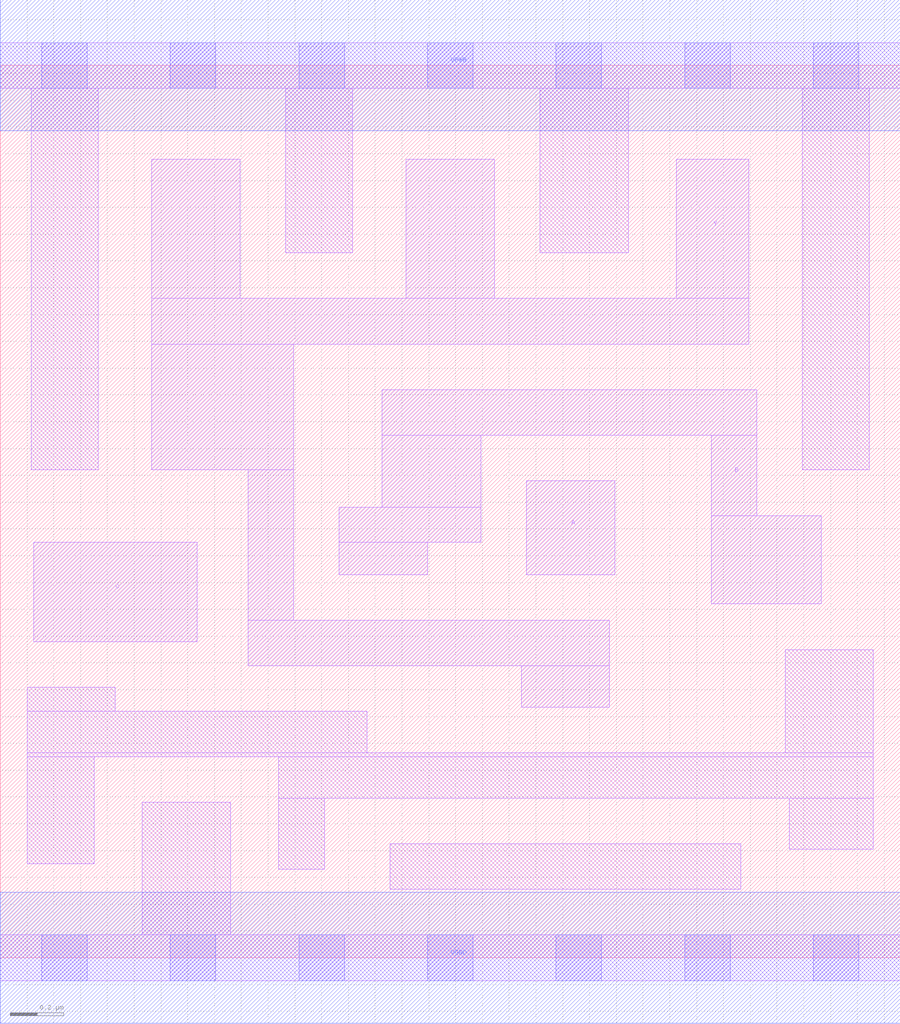
<source format=lef>
# Copyright 2020 The SkyWater PDK Authors
#
# Licensed under the Apache License, Version 2.0 (the "License");
# you may not use this file except in compliance with the License.
# You may obtain a copy of the License at
#
#     https://www.apache.org/licenses/LICENSE-2.0
#
# Unless required by applicable law or agreed to in writing, software
# distributed under the License is distributed on an "AS IS" BASIS,
# WITHOUT WARRANTIES OR CONDITIONS OF ANY KIND, either express or implied.
# See the License for the specific language governing permissions and
# limitations under the License.
#
# SPDX-License-Identifier: Apache-2.0

VERSION 5.7 ;
  NAMESCASESENSITIVE ON ;
  NOWIREEXTENSIONATPIN ON ;
  DIVIDERCHAR "/" ;
  BUSBITCHARS "[]" ;
UNITS
  DATABASE MICRONS 200 ;
END UNITS
MACRO sky130_fd_sc_ms__nand3_2
  CLASS CORE ;
  SOURCE USER ;
  FOREIGN sky130_fd_sc_ms__nand3_2 ;
  ORIGIN  0.000000  0.000000 ;
  SIZE  3.360000 BY  3.330000 ;
  SYMMETRY X Y ;
  SITE unit ;
  PIN A
    ANTENNAGATEAREA  0.625200 ;
    DIRECTION INPUT ;
    USE SIGNAL ;
    PORT
      LAYER li1 ;
        RECT 1.965000 1.430000 2.295000 1.780000 ;
    END
  END A
  PIN B
    ANTENNAGATEAREA  0.625200 ;
    DIRECTION INPUT ;
    USE SIGNAL ;
    PORT
      LAYER li1 ;
        RECT 1.265000 1.430000 1.595000 1.550000 ;
        RECT 1.265000 1.550000 1.795000 1.680000 ;
        RECT 1.425000 1.680000 1.795000 1.950000 ;
        RECT 1.425000 1.950000 2.825000 2.120000 ;
        RECT 2.655000 1.320000 3.065000 1.650000 ;
        RECT 2.655000 1.650000 2.825000 1.950000 ;
    END
  END B
  PIN C
    ANTENNAGATEAREA  0.625200 ;
    DIRECTION INPUT ;
    USE SIGNAL ;
    PORT
      LAYER li1 ;
        RECT 0.125000 1.180000 0.735000 1.550000 ;
    END
  END C
  PIN Y
    ANTENNADIFFAREA  1.120000 ;
    DIRECTION OUTPUT ;
    USE SIGNAL ;
    PORT
      LAYER li1 ;
        RECT 0.565000 1.820000 1.095000 2.290000 ;
        RECT 0.565000 2.290000 2.795000 2.460000 ;
        RECT 0.565000 2.460000 0.895000 2.980000 ;
        RECT 0.925000 1.090000 2.275000 1.260000 ;
        RECT 0.925000 1.260000 1.095000 1.820000 ;
        RECT 1.515000 2.460000 1.845000 2.980000 ;
        RECT 1.945000 0.935000 2.275000 1.090000 ;
        RECT 2.525000 2.460000 2.795000 2.980000 ;
    END
  END Y
  PIN VGND
    DIRECTION INOUT ;
    USE GROUND ;
    PORT
      LAYER met1 ;
        RECT 0.000000 -0.245000 3.360000 0.245000 ;
    END
  END VGND
  PIN VPWR
    DIRECTION INOUT ;
    USE POWER ;
    PORT
      LAYER met1 ;
        RECT 0.000000 3.085000 3.360000 3.575000 ;
    END
  END VPWR
  OBS
    LAYER li1 ;
      RECT 0.000000 -0.085000 3.360000 0.085000 ;
      RECT 0.000000  3.245000 3.360000 3.415000 ;
      RECT 0.100000  0.350000 0.350000 0.750000 ;
      RECT 0.100000  0.750000 3.260000 0.765000 ;
      RECT 0.100000  0.765000 1.370000 0.920000 ;
      RECT 0.100000  0.920000 0.430000 1.010000 ;
      RECT 0.115000  1.820000 0.365000 3.245000 ;
      RECT 0.530000  0.085000 0.860000 0.580000 ;
      RECT 1.040000  0.330000 1.210000 0.595000 ;
      RECT 1.040000  0.595000 3.260000 0.750000 ;
      RECT 1.065000  2.630000 1.315000 3.245000 ;
      RECT 1.455000  0.255000 2.765000 0.425000 ;
      RECT 2.015000  2.630000 2.345000 3.245000 ;
      RECT 2.930000  0.765000 3.260000 1.150000 ;
      RECT 2.945000  0.405000 3.260000 0.595000 ;
      RECT 2.995000  1.820000 3.245000 3.245000 ;
    LAYER mcon ;
      RECT 0.155000 -0.085000 0.325000 0.085000 ;
      RECT 0.155000  3.245000 0.325000 3.415000 ;
      RECT 0.635000 -0.085000 0.805000 0.085000 ;
      RECT 0.635000  3.245000 0.805000 3.415000 ;
      RECT 1.115000 -0.085000 1.285000 0.085000 ;
      RECT 1.115000  3.245000 1.285000 3.415000 ;
      RECT 1.595000 -0.085000 1.765000 0.085000 ;
      RECT 1.595000  3.245000 1.765000 3.415000 ;
      RECT 2.075000 -0.085000 2.245000 0.085000 ;
      RECT 2.075000  3.245000 2.245000 3.415000 ;
      RECT 2.555000 -0.085000 2.725000 0.085000 ;
      RECT 2.555000  3.245000 2.725000 3.415000 ;
      RECT 3.035000 -0.085000 3.205000 0.085000 ;
      RECT 3.035000  3.245000 3.205000 3.415000 ;
  END
END sky130_fd_sc_ms__nand3_2
END LIBRARY

</source>
